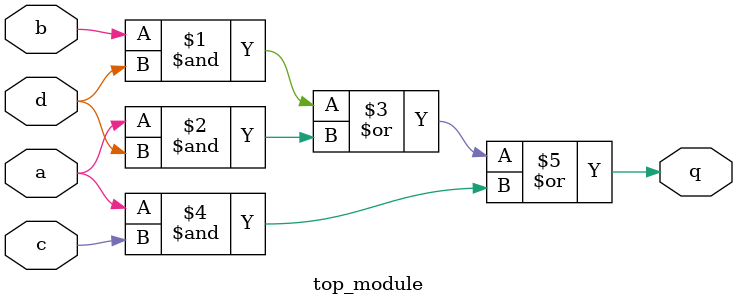
<source format=sv>
module top_module (
	input a, 
	input b, 
	input c, 
	input d,
	output q
);

	assign q = (b & d) | (a & d) | (a & c);

endmodule

</source>
